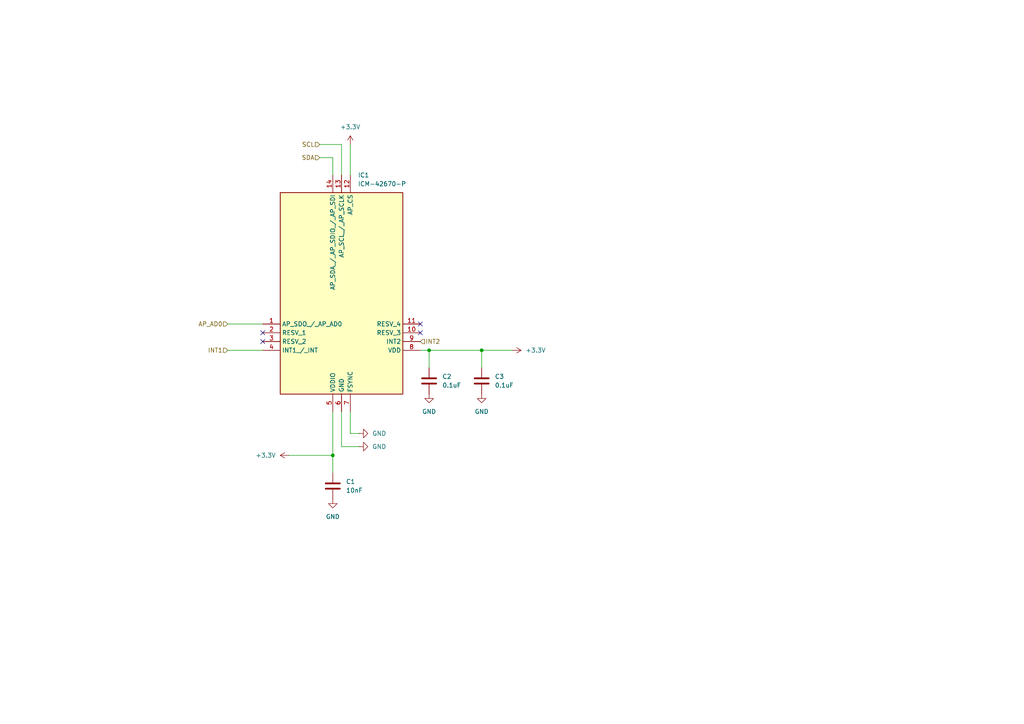
<source format=kicad_sch>
(kicad_sch (version 20231120) (generator "eeschema") (generator_version "8.0")
  (paper "A4")
  (lib_symbols
    (symbol "Device:C" (pin_numbers hide) (pin_names (offset 0.254))
      (property "Reference" "C" (at 0.635 2.54 0))
      (property "Value" "C" (at 0.635 -2.54 0))
      (symbol "C_0_1"
        (polyline (pts (xy -2.032 -0.762) (xy 2.032 -0.762)) (stroke (width 0.508)))
        (polyline (pts (xy -2.032 0.762) (xy 2.032 0.762)) (stroke (width 0.508)))
      )
      (symbol "C_1_1"
        (pin passive line (at 0 3.81 270) (length 2.794) (name "~") (number "1"))
        (pin passive line (at 0 -3.81 90) (length 2.794) (name "~") (number "2"))
      )
    )
    (symbol "PlajTime:ICM-42670-P"
      (property "Reference" "IC" (at 41.91 43.18 0))
      (property "Value" "ICM-42670-P" (at 41.91 40.64 0))
      (symbol "ICM-42670-P_1_1"
        (rectangle (start 5.08 38.1) (end 40.64 -20.32) (stroke (width 0.254)) (fill (type background)))
        (pin passive line (at 0 0 0) (length 5.08) (name "AP_SDO_/_AP_AD0") (number "1"))
        (pin passive line (at 45.72 -2.54 180) (length 5.08) (name "RESV_3") (number "10"))
        (pin passive line (at 45.72 0 180) (length 5.08) (name "RESV_4") (number "11"))
        (pin passive line (at 25.4 43.18 270) (length 5.08) (name "AP_CS") (number "12"))
        (pin passive line (at 22.86 43.18 270) (length 5.08) (name "AP_SCL_/_AP_SCLK") (number "13"))
        (pin passive line (at 20.32 43.18 270) (length 5.08) (name "AP_SDA_/_AP_SDIO_/_AP_SDI") (number "14"))
        (pin passive line (at 0 -2.54 0) (length 5.08) (name "RESV_1") (number "2"))
        (pin passive line (at 0 -5.08 0) (length 5.08) (name "RESV_2") (number "3"))
        (pin passive line (at 0 -7.62 0) (length 5.08) (name "INT1_/_INT") (number "4"))
        (pin passive line (at 20.32 -25.4 90) (length 5.08) (name "VDDIO") (number "5"))
        (pin passive line (at 22.86 -25.4 90) (length 5.08) (name "GND") (number "6"))
        (pin passive line (at 25.4 -25.4 90) (length 5.08) (name "FSYNC") (number "7"))
        (pin passive line (at 45.72 -7.62 180) (length 5.08) (name "VDD") (number "8"))
        (pin passive line (at 45.72 -5.08 180) (length 5.08) (name "INT2") (number "9"))
      )
    )
    (symbol "power:+3.3V" (power) (pin_numbers hide) (pin_names (offset 0) hide)
      (property "Value" "+3.3V" (at 0 3.556 0))
      (symbol "+3.3V_0_1"
        (polyline (pts (xy -0.762 1.27) (xy 0 2.54)))
        (polyline (pts (xy 0 0) (xy 0 2.54)))
        (polyline (pts (xy 0 2.54) (xy 0.762 1.27)))
      )
      (symbol "+3.3V_1_1"
        (pin power_in line (at 0 0 90) (length 0) (name "~") (number "1"))
      )
    )
    (symbol "power:GND" (power) (pin_numbers hide) (pin_names (offset 0) hide)
      (property "Value" "GND" (at 0 -3.81 0))
      (symbol "GND_0_1"
        (polyline (pts (xy 0 0) (xy 0 -1.27) (xy 1.27 -1.27) (xy 0 -2.54) (xy -1.27 -1.27) (xy 0 -1.27)))
      )
      (symbol "GND_1_1"
        (pin power_in line (at 0 0 270) (length 0) (name "~") (number "1"))
      )
    )
  )
  (junction (at 124.46 101.6))
  (junction (at 139.7 101.6))
  (junction (at 96.52 132.08))
  (no_connect (at 76.2 99.06))
  (no_connect (at 76.2 96.52))
  (no_connect (at 121.92 93.98))
  (no_connect (at 121.92 96.52))
  (wire (pts (xy 104.14 125.73) (xy 101.6 125.73)))
  (wire (pts (xy 139.7 101.6) (xy 148.59 101.6)))
  (wire (pts (xy 99.06 41.91) (xy 99.06 50.8)))
  (wire (pts (xy 139.7 101.6) (xy 139.7 106.68)))
  (wire (pts (xy 124.46 101.6) (xy 139.7 101.6)))
  (wire (pts (xy 96.52 132.08) (xy 96.52 137.16)))
  (wire (pts (xy 101.6 41.91) (xy 101.6 50.8)))
  (wire (pts (xy 104.14 129.54) (xy 99.06 129.54)))
  (wire (pts (xy 99.06 129.54) (xy 99.06 119.38)))
  (wire (pts (xy 66.04 93.98) (xy 76.2 93.98)))
  (wire (pts (xy 124.46 101.6) (xy 124.46 106.68)))
  (wire (pts (xy 121.92 101.6) (xy 124.46 101.6)))
  (wire (pts (xy 96.52 119.38) (xy 96.52 132.08)))
  (wire (pts (xy 96.52 45.72) (xy 96.52 50.8)))
  (wire (pts (xy 92.71 45.72) (xy 96.52 45.72)))
  (wire (pts (xy 101.6 125.73) (xy 101.6 119.38)))
  (wire (pts (xy 96.52 132.08) (xy 83.82 132.08)))
  (wire (pts (xy 92.71 41.91) (xy 99.06 41.91)))
  (wire (pts (xy 66.04 101.6) (xy 76.2 101.6)))
  (hierarchical_label "SDA" (shape input) (at 92.71 45.72 180))
  (hierarchical_label "INT2" (shape input) (at 121.92 99.06 0))
  (hierarchical_label "INT1" (shape input) (at 66.04 101.6 180))
  (hierarchical_label "SCL" (shape input) (at 92.71 41.91 180))
  (hierarchical_label "AP_AD0" (shape input) (at 66.04 93.98 180))
  (symbol (lib_id "Device:C") (at 96.52 140.97 0) (unit 1)
    (property "Reference" "C1" (at 100.33 139.6999 0) (effects (justify left)))
    (property "Value" "10nF" (at 100.33 142.2399 0) (effects (justify left)))
    (property "Footprint" "Capacitor_SMD:C_0201_0603Metric" (effects (hide yes)))
    (property "Description" "Unpolarized capacitor" (effects (hide yes)))
  )
  (symbol (lib_id "Device:C") (at 139.7 110.49 0) (unit 1)
    (property "Reference" "C3" (at 143.51 109.2199 0) (effects (justify left)))
    (property "Value" "0.1uF" (at 143.51 111.7599 0) (effects (justify left)))
    (property "Footprint" "Capacitor_SMD:C_0201_0603Metric" (effects (hide yes)))
    (property "Description" "Unpolarized capacitor" (effects (hide yes)))
  )
  (symbol (lib_id "power:+3.3V") (at 101.6 41.91 0) (unit 1)
    (property "Reference" "#PWR07" (effects (hide yes)))
    (property "Value" "+3.3V" (at 101.6 36.83 0))
    (property "Description" "Power symbol creates a global label with name \"+3.3V\"" (effects (hide yes)))
  )
  (symbol (lib_id "power:GND") (at 104.14 129.54 90) (unit 1)
    (property "Reference" "#PWR09" (effects (hide yes)))
    (property "Value" "GND" (at 107.95 129.5399 90) (effects (justify right)))
    (property "Description" "Power symbol creates a global label with name \"GND\" , ground" (effects (hide yes)))
  )
  (symbol (lib_id "PlajTime:ICM-42670-P") (at 76.2 93.98 0) (unit 1)
    (property "Reference" "IC1" (at 103.7941 50.8 0) (effects (justify left)))
    (property "Value" "ICM-42670-P" (at 103.7941 53.34 0) (effects (justify left)))
    (property "Footprint" "PlajTime_Library:ICM42670P" (effects (hide yes)))
    (property "Datasheet" "https://3cfeqx1hf82y3xcoull08ihx-wpengine.netdna-ssl.com/wp-content/uploads/2021/07/DS-000451-ICM-42670-P-v1.0.pdf" (effects (hide yes)))
    (property "Description" "IMUs - Inertial Measurement Units Low-Power, Premium Performance 6-Axis MotionTrackingTM IMU with I3C, I2C and SPI interface in 2.5mm x 3mm Package" (effects (hide yes)))
    (property "Mouser Part Number" "410-ICM-42670-P" (effects (hide yes)))
    (property "Mouser Price/Stock" "https://www.mouser.co.uk/ProductDetail/TDK-InvenSense/ICM-42670-P?qs=iLbezkQI%252BsgK8sMF5V7fQQ%3D%3D" (effects (hide yes)))
    (property "Manufacturer_Name" "TDK" (effects (hide yes)))
    (property "Manufacturer_Part_Number" "ICM-42670-P" (effects (hide yes)))
  )
  (symbol (lib_id "power:+3.3V") (at 83.82 132.08 90) (unit 1)
    (property "Reference" "#PWR05" (effects (hide yes)))
    (property "Value" "+3.3V" (at 80.01 132.0799 90) (effects (justify left)))
    (property "Description" "Power symbol creates a global label with name \"+3.3V\"" (effects (hide yes)))
  )
  (symbol (lib_id "Device:C") (at 124.46 110.49 0) (unit 1)
    (property "Reference" "C2" (at 128.27 109.2199 0) (effects (justify left)))
    (property "Value" "0.1uF" (at 128.27 111.7599 0) (effects (justify left)))
    (property "Footprint" "Capacitor_SMD:C_0201_0603Metric" (effects (hide yes)))
    (property "Description" "Unpolarized capacitor" (effects (hide yes)))
  )
  (symbol (lib_id "power:GND") (at 139.7 114.3 0) (unit 1)
    (property "Reference" "#PWR011" (effects (hide yes)))
    (property "Value" "GND" (at 139.7 119.38 0))
    (property "Description" "Power symbol creates a global label with name \"GND\" , ground" (effects (hide yes)))
  )
  (symbol (lib_id "power:+3.3V") (at 148.59 101.6 270) (unit 1)
    (property "Reference" "#PWR012" (effects (hide yes)))
    (property "Value" "+3.3V" (at 152.4 101.5999 90) (effects (justify left)))
    (property "Description" "Power symbol creates a global label with name \"+3.3V\"" (effects (hide yes)))
  )
  (symbol (lib_id "power:GND") (at 96.52 144.78 0) (unit 1)
    (property "Reference" "#PWR06" (effects (hide yes)))
    (property "Value" "GND" (at 96.52 149.86 0))
    (property "Description" "Power symbol creates a global label with name \"GND\" , ground" (effects (hide yes)))
  )
  (symbol (lib_id "power:GND") (at 104.14 125.73 90) (unit 1)
    (property "Reference" "#PWR08" (effects (hide yes)))
    (property "Value" "GND" (at 107.95 125.7299 90) (effects (justify right)))
    (property "Description" "Power symbol creates a global label with name \"GND\" , ground" (effects (hide yes)))
  )
  (symbol (lib_id "power:GND") (at 124.46 114.3 0) (unit 1)
    (property "Reference" "#PWR010" (effects (hide yes)))
    (property "Value" "GND" (at 124.46 119.38 0))
    (property "Description" "Power symbol creates a global label with name \"GND\" , ground" (effects (hide yes)))
  )
)
</source>
